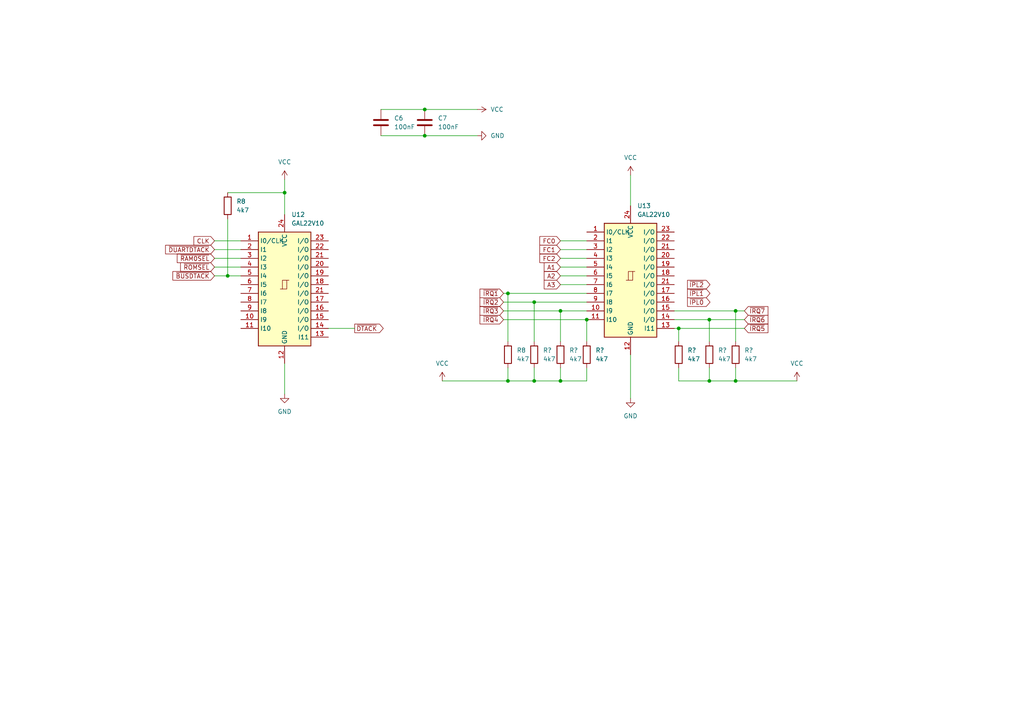
<source format=kicad_sch>
(kicad_sch (version 20230121) (generator eeschema)

  (uuid 7972ac11-6c1e-4f50-9760-c9afaed3fbd4)

  (paper "A4")

  (lib_symbols
    (symbol "Device:C" (pin_numbers hide) (pin_names (offset 0.254)) (in_bom yes) (on_board yes)
      (property "Reference" "C" (at 0.635 2.54 0)
        (effects (font (size 1.27 1.27)) (justify left))
      )
      (property "Value" "C" (at 0.635 -2.54 0)
        (effects (font (size 1.27 1.27)) (justify left))
      )
      (property "Footprint" "" (at 0.9652 -3.81 0)
        (effects (font (size 1.27 1.27)) hide)
      )
      (property "Datasheet" "~" (at 0 0 0)
        (effects (font (size 1.27 1.27)) hide)
      )
      (property "ki_keywords" "cap capacitor" (at 0 0 0)
        (effects (font (size 1.27 1.27)) hide)
      )
      (property "ki_description" "Unpolarized capacitor" (at 0 0 0)
        (effects (font (size 1.27 1.27)) hide)
      )
      (property "ki_fp_filters" "C_*" (at 0 0 0)
        (effects (font (size 1.27 1.27)) hide)
      )
      (symbol "C_0_1"
        (polyline
          (pts
            (xy -2.032 -0.762)
            (xy 2.032 -0.762)
          )
          (stroke (width 0.508) (type default))
          (fill (type none))
        )
        (polyline
          (pts
            (xy -2.032 0.762)
            (xy 2.032 0.762)
          )
          (stroke (width 0.508) (type default))
          (fill (type none))
        )
      )
      (symbol "C_1_1"
        (pin passive line (at 0 3.81 270) (length 2.794)
          (name "~" (effects (font (size 1.27 1.27))))
          (number "1" (effects (font (size 1.27 1.27))))
        )
        (pin passive line (at 0 -3.81 90) (length 2.794)
          (name "~" (effects (font (size 1.27 1.27))))
          (number "2" (effects (font (size 1.27 1.27))))
        )
      )
    )
    (symbol "Device:R" (pin_numbers hide) (pin_names (offset 0)) (in_bom yes) (on_board yes)
      (property "Reference" "R" (at 2.032 0 90)
        (effects (font (size 1.27 1.27)))
      )
      (property "Value" "R" (at 0 0 90)
        (effects (font (size 1.27 1.27)))
      )
      (property "Footprint" "" (at -1.778 0 90)
        (effects (font (size 1.27 1.27)) hide)
      )
      (property "Datasheet" "~" (at 0 0 0)
        (effects (font (size 1.27 1.27)) hide)
      )
      (property "ki_keywords" "R res resistor" (at 0 0 0)
        (effects (font (size 1.27 1.27)) hide)
      )
      (property "ki_description" "Resistor" (at 0 0 0)
        (effects (font (size 1.27 1.27)) hide)
      )
      (property "ki_fp_filters" "R_*" (at 0 0 0)
        (effects (font (size 1.27 1.27)) hide)
      )
      (symbol "R_0_1"
        (rectangle (start -1.016 -2.54) (end 1.016 2.54)
          (stroke (width 0.254) (type default))
          (fill (type none))
        )
      )
      (symbol "R_1_1"
        (pin passive line (at 0 3.81 270) (length 1.27)
          (name "~" (effects (font (size 1.27 1.27))))
          (number "1" (effects (font (size 1.27 1.27))))
        )
        (pin passive line (at 0 -3.81 90) (length 1.27)
          (name "~" (effects (font (size 1.27 1.27))))
          (number "2" (effects (font (size 1.27 1.27))))
        )
      )
    )
    (symbol "Lattice_GAL_sym:GAL22V10" (in_bom yes) (on_board yes)
      (property "Reference" "U" (at -27.94 0 0)
        (effects (font (size 1.27 1.27)))
      )
      (property "Value" "GAL22V10" (at 0 0 0)
        (effects (font (size 1.27 1.27)))
      )
      (property "Footprint" "" (at -27.94 -2.54 0)
        (effects (font (size 1.27 1.27)) hide)
      )
      (property "Datasheet" "" (at -27.94 -2.54 0)
        (effects (font (size 1.27 1.27)) hide)
      )
      (symbol "GAL22V10_1_0"
        (polyline
          (pts
            (xy -0.635 -1.27)
            (xy -0.635 1.27)
            (xy 0.635 1.27)
          )
          (stroke (width 0) (type default))
          (fill (type none))
        )
        (polyline
          (pts
            (xy -1.27 -1.27)
            (xy 0.635 -1.27)
            (xy 0.635 1.27)
            (xy 1.27 1.27)
          )
          (stroke (width 0) (type default))
          (fill (type none))
        )
        (pin input line (at -12.7 12.7 0) (length 5.08)
          (name "I0/CLK" (effects (font (size 1.27 1.27))))
          (number "1" (effects (font (size 1.27 1.27))))
        )
        (pin input line (at -12.7 -10.16 0) (length 5.08)
          (name "I9" (effects (font (size 1.27 1.27))))
          (number "10" (effects (font (size 1.27 1.27))))
        )
        (pin input line (at -12.7 -12.7 0) (length 5.08)
          (name "I10" (effects (font (size 1.27 1.27))))
          (number "11" (effects (font (size 1.27 1.27))))
        )
        (pin power_in line (at 0 -22.86 90) (length 5.08)
          (name "GND" (effects (font (size 1.27 1.27))))
          (number "12" (effects (font (size 1.27 1.27))))
        )
        (pin input line (at 12.7 -15.24 180) (length 5.08)
          (name "I11" (effects (font (size 1.27 1.27))))
          (number "13" (effects (font (size 1.27 1.27))))
        )
        (pin bidirectional line (at 12.7 -12.7 180) (length 5.08)
          (name "I/O" (effects (font (size 1.27 1.27))))
          (number "14" (effects (font (size 1.27 1.27))))
        )
        (pin bidirectional line (at 12.7 -10.16 180) (length 5.08)
          (name "I/O" (effects (font (size 1.27 1.27))))
          (number "15" (effects (font (size 1.27 1.27))))
        )
        (pin bidirectional line (at 12.7 -7.62 180) (length 5.08)
          (name "I/O" (effects (font (size 1.27 1.27))))
          (number "16" (effects (font (size 1.27 1.27))))
        )
        (pin bidirectional line (at 12.7 -5.08 180) (length 5.08)
          (name "I/O" (effects (font (size 1.27 1.27))))
          (number "17" (effects (font (size 1.27 1.27))))
        )
        (pin bidirectional line (at 12.7 0 180) (length 5.08)
          (name "I/O" (effects (font (size 1.27 1.27))))
          (number "18" (effects (font (size 1.27 1.27))))
        )
        (pin bidirectional line (at 12.7 2.54 180) (length 5.08)
          (name "I/O" (effects (font (size 1.27 1.27))))
          (number "19" (effects (font (size 1.27 1.27))))
        )
        (pin input line (at -12.7 10.16 0) (length 5.08)
          (name "I1" (effects (font (size 1.27 1.27))))
          (number "2" (effects (font (size 1.27 1.27))))
        )
        (pin bidirectional line (at 12.7 5.08 180) (length 5.08)
          (name "I/O" (effects (font (size 1.27 1.27))))
          (number "20" (effects (font (size 1.27 1.27))))
        )
        (pin bidirectional line (at 12.7 -2.54 180) (length 5.08)
          (name "I/O" (effects (font (size 1.27 1.27))))
          (number "21" (effects (font (size 1.27 1.27))))
        )
        (pin bidirectional line (at 12.7 7.62 180) (length 5.08)
          (name "I/O" (effects (font (size 1.27 1.27))))
          (number "21" (effects (font (size 1.27 1.27))))
        )
        (pin bidirectional line (at 12.7 10.16 180) (length 5.08)
          (name "I/O" (effects (font (size 1.27 1.27))))
          (number "22" (effects (font (size 1.27 1.27))))
        )
        (pin bidirectional line (at 12.7 12.7 180) (length 5.08)
          (name "I/O" (effects (font (size 1.27 1.27))))
          (number "23" (effects (font (size 1.27 1.27))))
        )
        (pin power_in line (at 0 20.32 270) (length 5.08)
          (name "VCC" (effects (font (size 1.27 1.27))))
          (number "24" (effects (font (size 1.27 1.27))))
        )
        (pin input line (at -12.7 7.62 0) (length 5.08)
          (name "I2" (effects (font (size 1.27 1.27))))
          (number "3" (effects (font (size 1.27 1.27))))
        )
        (pin input line (at -12.7 5.08 0) (length 5.08)
          (name "I3" (effects (font (size 1.27 1.27))))
          (number "4" (effects (font (size 1.27 1.27))))
        )
        (pin input line (at -12.7 2.54 0) (length 5.08)
          (name "I4" (effects (font (size 1.27 1.27))))
          (number "5" (effects (font (size 1.27 1.27))))
        )
        (pin input line (at -12.7 0 0) (length 5.08)
          (name "I5" (effects (font (size 1.27 1.27))))
          (number "6" (effects (font (size 1.27 1.27))))
        )
        (pin input line (at -12.7 -2.54 0) (length 5.08)
          (name "I6" (effects (font (size 1.27 1.27))))
          (number "7" (effects (font (size 1.27 1.27))))
        )
        (pin input line (at -12.7 -5.08 0) (length 5.08)
          (name "I7" (effects (font (size 1.27 1.27))))
          (number "8" (effects (font (size 1.27 1.27))))
        )
        (pin input line (at -12.7 -7.62 0) (length 5.08)
          (name "I8" (effects (font (size 1.27 1.27))))
          (number "9" (effects (font (size 1.27 1.27))))
        )
      )
      (symbol "GAL22V10_1_1"
        (rectangle (start -7.62 15.24) (end 7.62 -17.78)
          (stroke (width 0.254) (type default))
          (fill (type background))
        )
      )
    )
    (symbol "power:GND" (power) (pin_names (offset 0)) (in_bom yes) (on_board yes)
      (property "Reference" "#PWR" (at 0 -6.35 0)
        (effects (font (size 1.27 1.27)) hide)
      )
      (property "Value" "GND" (at 0 -3.81 0)
        (effects (font (size 1.27 1.27)))
      )
      (property "Footprint" "" (at 0 0 0)
        (effects (font (size 1.27 1.27)) hide)
      )
      (property "Datasheet" "" (at 0 0 0)
        (effects (font (size 1.27 1.27)) hide)
      )
      (property "ki_keywords" "global power" (at 0 0 0)
        (effects (font (size 1.27 1.27)) hide)
      )
      (property "ki_description" "Power symbol creates a global label with name \"GND\" , ground" (at 0 0 0)
        (effects (font (size 1.27 1.27)) hide)
      )
      (symbol "GND_0_1"
        (polyline
          (pts
            (xy 0 0)
            (xy 0 -1.27)
            (xy 1.27 -1.27)
            (xy 0 -2.54)
            (xy -1.27 -1.27)
            (xy 0 -1.27)
          )
          (stroke (width 0) (type default))
          (fill (type none))
        )
      )
      (symbol "GND_1_1"
        (pin power_in line (at 0 0 270) (length 0) hide
          (name "GND" (effects (font (size 1.27 1.27))))
          (number "1" (effects (font (size 1.27 1.27))))
        )
      )
    )
    (symbol "power:VCC" (power) (pin_names (offset 0)) (in_bom yes) (on_board yes)
      (property "Reference" "#PWR" (at 0 -3.81 0)
        (effects (font (size 1.27 1.27)) hide)
      )
      (property "Value" "VCC" (at 0 3.81 0)
        (effects (font (size 1.27 1.27)))
      )
      (property "Footprint" "" (at 0 0 0)
        (effects (font (size 1.27 1.27)) hide)
      )
      (property "Datasheet" "" (at 0 0 0)
        (effects (font (size 1.27 1.27)) hide)
      )
      (property "ki_keywords" "global power" (at 0 0 0)
        (effects (font (size 1.27 1.27)) hide)
      )
      (property "ki_description" "Power symbol creates a global label with name \"VCC\"" (at 0 0 0)
        (effects (font (size 1.27 1.27)) hide)
      )
      (symbol "VCC_0_1"
        (polyline
          (pts
            (xy -0.762 1.27)
            (xy 0 2.54)
          )
          (stroke (width 0) (type default))
          (fill (type none))
        )
        (polyline
          (pts
            (xy 0 0)
            (xy 0 2.54)
          )
          (stroke (width 0) (type default))
          (fill (type none))
        )
        (polyline
          (pts
            (xy 0 2.54)
            (xy 0.762 1.27)
          )
          (stroke (width 0) (type default))
          (fill (type none))
        )
      )
      (symbol "VCC_1_1"
        (pin power_in line (at 0 0 90) (length 0) hide
          (name "VCC" (effects (font (size 1.27 1.27))))
          (number "1" (effects (font (size 1.27 1.27))))
        )
      )
    )
  )

  (junction (at 147.32 110.49) (diameter 0) (color 0 0 0 0)
    (uuid 0a13c52e-5eda-4471-90d6-21e80a10a9f5)
  )
  (junction (at 123.19 39.37) (diameter 0) (color 0 0 0 0)
    (uuid 222129b8-34ae-462e-9e94-e0f6d8e09cf4)
  )
  (junction (at 154.94 110.49) (diameter 0) (color 0 0 0 0)
    (uuid 28b9141e-997e-452a-8733-1be9d846b6fc)
  )
  (junction (at 82.55 55.88) (diameter 0) (color 0 0 0 0)
    (uuid 2c085b97-481b-4c02-a80d-5a770b344cfa)
  )
  (junction (at 123.19 31.75) (diameter 0) (color 0 0 0 0)
    (uuid 38fa77a3-815c-4d01-9fe5-6d6d45b95b2c)
  )
  (junction (at 213.36 110.49) (diameter 0) (color 0 0 0 0)
    (uuid 3f3732f6-d173-496a-a5ea-251dc866d1b9)
  )
  (junction (at 162.56 110.49) (diameter 0) (color 0 0 0 0)
    (uuid 3f485d91-eb7b-4f3e-a1ff-f43483476586)
  )
  (junction (at 213.36 90.17) (diameter 0) (color 0 0 0 0)
    (uuid 76597bdf-1471-4e52-aef7-fae5ae3050be)
  )
  (junction (at 170.18 92.71) (diameter 0) (color 0 0 0 0)
    (uuid 8ea7df56-9e92-4491-a71d-93815f68a037)
  )
  (junction (at 162.56 90.17) (diameter 0) (color 0 0 0 0)
    (uuid 971a0f30-eb90-4b75-9a36-af41fb3819ab)
  )
  (junction (at 147.32 85.09) (diameter 0) (color 0 0 0 0)
    (uuid 98d1ec36-7167-42b6-a635-156c1dea2828)
  )
  (junction (at 196.85 95.25) (diameter 0) (color 0 0 0 0)
    (uuid a7687e4f-ceae-40fb-8562-ad2dd6011529)
  )
  (junction (at 154.94 87.63) (diameter 0) (color 0 0 0 0)
    (uuid be8ab965-8393-4ab6-a445-7bbae63ab82c)
  )
  (junction (at 205.74 92.71) (diameter 0) (color 0 0 0 0)
    (uuid d8a67d07-5e90-4e14-a73d-a822ac006614)
  )
  (junction (at 66.04 80.01) (diameter 0) (color 0 0 0 0)
    (uuid da5249bf-b76d-4201-aea8-a91c70a4b50e)
  )
  (junction (at 205.74 110.49) (diameter 0) (color 0 0 0 0)
    (uuid eef59eb4-c36f-4ba3-9508-c4445bf52c92)
  )

  (wire (pts (xy 146.05 85.09) (xy 147.32 85.09))
    (stroke (width 0) (type default))
    (uuid 04144e56-f897-4fa2-a2a2-40a5f96a57e5)
  )
  (wire (pts (xy 123.19 31.75) (xy 138.43 31.75))
    (stroke (width 0) (type default))
    (uuid 04381246-dabe-4cde-821f-4c0402edf181)
  )
  (wire (pts (xy 162.56 82.55) (xy 170.18 82.55))
    (stroke (width 0) (type default))
    (uuid 08408201-ecc5-4f70-b9da-630f683c68b8)
  )
  (wire (pts (xy 62.23 77.47) (xy 69.85 77.47))
    (stroke (width 0) (type default))
    (uuid 095ff02a-f95f-44f1-81b4-3b11809d30e8)
  )
  (wire (pts (xy 195.58 92.71) (xy 205.74 92.71))
    (stroke (width 0) (type default))
    (uuid 0c8fd7cb-7877-40a7-a03c-81cc77a5a7c8)
  )
  (wire (pts (xy 146.05 92.71) (xy 170.18 92.71))
    (stroke (width 0) (type default))
    (uuid 0cfce52b-0da2-4e7f-a0d4-54210148267f)
  )
  (wire (pts (xy 213.36 106.68) (xy 213.36 110.49))
    (stroke (width 0) (type default))
    (uuid 12facdee-6bf1-4a35-ae5d-74acbacee2d9)
  )
  (wire (pts (xy 196.85 95.25) (xy 196.85 99.06))
    (stroke (width 0) (type default))
    (uuid 1b13101d-496f-4b7d-94d4-865bcd96507e)
  )
  (wire (pts (xy 162.56 90.17) (xy 170.18 90.17))
    (stroke (width 0) (type default))
    (uuid 1b619424-d3cf-4d22-8f1b-05ec78d108ca)
  )
  (wire (pts (xy 146.05 87.63) (xy 154.94 87.63))
    (stroke (width 0) (type default))
    (uuid 202099ec-fd76-44ed-817a-89694cc31d22)
  )
  (wire (pts (xy 66.04 63.5) (xy 66.04 80.01))
    (stroke (width 0) (type default))
    (uuid 288fc8af-9374-453f-853d-323786910eb4)
  )
  (wire (pts (xy 62.23 69.85) (xy 69.85 69.85))
    (stroke (width 0) (type default))
    (uuid 2b4c67d5-f896-4b4f-9de7-a1c35ada80de)
  )
  (wire (pts (xy 154.94 110.49) (xy 147.32 110.49))
    (stroke (width 0) (type default))
    (uuid 2d849251-30e1-4e05-85f5-47ba7c8199c3)
  )
  (wire (pts (xy 147.32 110.49) (xy 128.27 110.49))
    (stroke (width 0) (type default))
    (uuid 2dbf40ed-94fd-4f8b-b77f-4de93652250e)
  )
  (wire (pts (xy 170.18 92.71) (xy 170.18 99.06))
    (stroke (width 0) (type default))
    (uuid 2f797ad6-c43e-4bb7-ac4a-d7b12ffbc16b)
  )
  (wire (pts (xy 205.74 106.68) (xy 205.74 110.49))
    (stroke (width 0) (type default))
    (uuid 309c06cf-f2d3-45aa-9d92-545984ab4d5d)
  )
  (wire (pts (xy 154.94 87.63) (xy 170.18 87.63))
    (stroke (width 0) (type default))
    (uuid 32a664df-d2e7-4777-8f7c-bb52bebfc695)
  )
  (wire (pts (xy 196.85 106.68) (xy 196.85 110.49))
    (stroke (width 0) (type default))
    (uuid 38f73b23-7410-4533-9bcb-7b42a3c09fc8)
  )
  (wire (pts (xy 123.19 39.37) (xy 138.43 39.37))
    (stroke (width 0) (type default))
    (uuid 3aa18bf3-11f4-40b2-aa42-68567cc35cff)
  )
  (wire (pts (xy 182.88 50.8) (xy 182.88 59.69))
    (stroke (width 0) (type default))
    (uuid 3c50cacf-45bd-4f59-bead-4467e96318ba)
  )
  (wire (pts (xy 62.23 80.01) (xy 66.04 80.01))
    (stroke (width 0) (type default))
    (uuid 3fdf9c47-141b-448d-91ee-0970936381b0)
  )
  (wire (pts (xy 154.94 87.63) (xy 154.94 99.06))
    (stroke (width 0) (type default))
    (uuid 4b723054-e445-49f9-83e4-0bdfaad2bca4)
  )
  (wire (pts (xy 146.05 90.17) (xy 162.56 90.17))
    (stroke (width 0) (type default))
    (uuid 50207659-6947-417f-8f69-09b710c06d9f)
  )
  (wire (pts (xy 213.36 110.49) (xy 231.14 110.49))
    (stroke (width 0) (type default))
    (uuid 5327c0dc-9cc3-4c42-ad30-391c3e2c0443)
  )
  (wire (pts (xy 66.04 55.88) (xy 82.55 55.88))
    (stroke (width 0) (type default))
    (uuid 53fcd0e0-da28-4a85-92eb-f705384dadfb)
  )
  (wire (pts (xy 82.55 52.07) (xy 82.55 55.88))
    (stroke (width 0) (type default))
    (uuid 5614aefb-6938-498c-ab7c-c5cfa530e8e9)
  )
  (wire (pts (xy 62.23 72.39) (xy 69.85 72.39))
    (stroke (width 0) (type default))
    (uuid 5b2efa14-1a1e-4372-9ff3-9238e4d69ebc)
  )
  (wire (pts (xy 196.85 95.25) (xy 215.9 95.25))
    (stroke (width 0) (type default))
    (uuid 5f717590-2067-4fa0-92f7-d04cbc91182a)
  )
  (wire (pts (xy 213.36 90.17) (xy 213.36 99.06))
    (stroke (width 0) (type default))
    (uuid 66f930d6-b255-49c3-bfc3-66223d340e0a)
  )
  (wire (pts (xy 162.56 90.17) (xy 162.56 99.06))
    (stroke (width 0) (type default))
    (uuid 68ef8374-226f-4323-8a02-e241ae3db21d)
  )
  (wire (pts (xy 62.23 74.93) (xy 69.85 74.93))
    (stroke (width 0) (type default))
    (uuid 70d2d9c1-0242-4355-b4f2-ceb871a7ebca)
  )
  (wire (pts (xy 162.56 110.49) (xy 154.94 110.49))
    (stroke (width 0) (type default))
    (uuid 7c5d0d4a-c37b-49af-bea2-e56c27226b6a)
  )
  (wire (pts (xy 205.74 92.71) (xy 205.74 99.06))
    (stroke (width 0) (type default))
    (uuid 7c63d5e9-f837-4494-b47f-a7b370b001ef)
  )
  (wire (pts (xy 110.49 31.75) (xy 123.19 31.75))
    (stroke (width 0) (type default))
    (uuid 7f78ba9b-1cac-4320-b890-cd5e0d89dd75)
  )
  (wire (pts (xy 147.32 85.09) (xy 147.32 99.06))
    (stroke (width 0) (type default))
    (uuid 81d08947-74f1-45d9-b9b7-abd12fd8d60c)
  )
  (wire (pts (xy 66.04 80.01) (xy 69.85 80.01))
    (stroke (width 0) (type default))
    (uuid 856e1075-c106-410e-bf57-a798230ee8e6)
  )
  (wire (pts (xy 147.32 85.09) (xy 170.18 85.09))
    (stroke (width 0) (type default))
    (uuid 85c1f16c-f4a9-4469-a9b7-384c6773aa82)
  )
  (wire (pts (xy 170.18 110.49) (xy 162.56 110.49))
    (stroke (width 0) (type default))
    (uuid 8ea0a420-f163-4307-ac46-326eba43ed6f)
  )
  (wire (pts (xy 162.56 80.01) (xy 170.18 80.01))
    (stroke (width 0) (type default))
    (uuid 9d94a60b-503e-4cbf-8e86-2bb5e699e1e8)
  )
  (wire (pts (xy 205.74 110.49) (xy 213.36 110.49))
    (stroke (width 0) (type default))
    (uuid a82bad03-3333-4a97-bbd9-049d83506e27)
  )
  (wire (pts (xy 195.58 95.25) (xy 196.85 95.25))
    (stroke (width 0) (type default))
    (uuid ab27f982-f682-4aa3-a25f-fd7914b5f2f3)
  )
  (wire (pts (xy 82.55 105.41) (xy 82.55 114.3))
    (stroke (width 0) (type default))
    (uuid b25f30e1-7346-487d-b66c-cdad0cc0b0ed)
  )
  (wire (pts (xy 154.94 106.68) (xy 154.94 110.49))
    (stroke (width 0) (type default))
    (uuid bb823084-dcca-4d06-81fe-5ab535102823)
  )
  (wire (pts (xy 147.32 106.68) (xy 147.32 110.49))
    (stroke (width 0) (type default))
    (uuid bd65b61d-33be-4020-98bf-29a6f2417f91)
  )
  (wire (pts (xy 205.74 92.71) (xy 215.9 92.71))
    (stroke (width 0) (type default))
    (uuid c481c44f-b76e-46df-8292-e475c4f17cea)
  )
  (wire (pts (xy 162.56 69.85) (xy 170.18 69.85))
    (stroke (width 0) (type default))
    (uuid c711a205-ff88-42f6-b98e-d8d801624705)
  )
  (wire (pts (xy 170.18 106.68) (xy 170.18 110.49))
    (stroke (width 0) (type default))
    (uuid cb59d561-653b-48b9-b4dd-31e20428f0f3)
  )
  (wire (pts (xy 110.49 39.37) (xy 123.19 39.37))
    (stroke (width 0) (type default))
    (uuid cd3fd1de-bc0c-4c89-a43d-2bb50f82c454)
  )
  (wire (pts (xy 182.88 102.87) (xy 182.88 115.57))
    (stroke (width 0) (type default))
    (uuid d160f7a5-ff27-4142-b737-b8941e09935f)
  )
  (wire (pts (xy 162.56 72.39) (xy 170.18 72.39))
    (stroke (width 0) (type default))
    (uuid d2882e01-f1dc-4ae6-8235-64c5353c083a)
  )
  (wire (pts (xy 162.56 77.47) (xy 170.18 77.47))
    (stroke (width 0) (type default))
    (uuid ddb5cc96-f569-4d18-b007-9b9ceb0587fc)
  )
  (wire (pts (xy 196.85 110.49) (xy 205.74 110.49))
    (stroke (width 0) (type default))
    (uuid ddee8480-6d08-4972-aa2b-4924874de987)
  )
  (wire (pts (xy 162.56 106.68) (xy 162.56 110.49))
    (stroke (width 0) (type default))
    (uuid e1003ed3-ce13-4261-9079-0aa6a8f9f3dd)
  )
  (wire (pts (xy 82.55 55.88) (xy 82.55 62.23))
    (stroke (width 0) (type default))
    (uuid eb332dea-76db-4098-b518-78eab65983ff)
  )
  (wire (pts (xy 195.58 90.17) (xy 213.36 90.17))
    (stroke (width 0) (type default))
    (uuid ef6c010d-8725-4bef-9c9b-8a8b4ccdd1ac)
  )
  (wire (pts (xy 162.56 74.93) (xy 170.18 74.93))
    (stroke (width 0) (type default))
    (uuid f512b21a-27e4-4aae-a6aa-4c76ca81a416)
  )
  (wire (pts (xy 213.36 90.17) (xy 215.9 90.17))
    (stroke (width 0) (type default))
    (uuid f9664bb5-1e28-49bb-8c51-613c51ffe585)
  )
  (wire (pts (xy 95.25 95.25) (xy 102.87 95.25))
    (stroke (width 0) (type default))
    (uuid fe40782a-552c-45d0-91d2-1491a105a34f)
  )

  (global_label "FC0" (shape input) (at 162.56 69.85 180) (fields_autoplaced)
    (effects (font (size 1.27 1.27)) (justify right))
    (uuid 062bf60f-11a5-4bf3-bf92-609032d0a62a)
    (property "Intersheetrefs" "${INTERSHEET_REFS}" (at 156.0861 69.85 0)
      (effects (font (size 1.27 1.27)) (justify right) hide)
    )
  )
  (global_label "~{IRQ2}" (shape input) (at 146.05 87.63 180) (fields_autoplaced)
    (effects (font (size 1.27 1.27)) (justify right))
    (uuid 0b5043bf-10b2-4783-aad9-e277dd6c8ab1)
    (property "Intersheetrefs" "${INTERSHEET_REFS}" (at 138.7294 87.63 0)
      (effects (font (size 1.27 1.27)) (justify right) hide)
    )
  )
  (global_label "CLK" (shape input) (at 62.23 69.85 180) (fields_autoplaced)
    (effects (font (size 1.27 1.27)) (justify right))
    (uuid 16c21790-066b-4f5a-a820-d7e04a420695)
    (property "Intersheetrefs" "${INTERSHEET_REFS}" (at 55.7561 69.85 0)
      (effects (font (size 1.27 1.27)) (justify right) hide)
    )
  )
  (global_label "~{IRQ7}" (shape input) (at 215.9 90.17 0) (fields_autoplaced)
    (effects (font (size 1.27 1.27)) (justify left))
    (uuid 182187a2-d3ea-41dd-b727-e4e68c8932a5)
    (property "Intersheetrefs" "${INTERSHEET_REFS}" (at 223.2206 90.17 0)
      (effects (font (size 1.27 1.27)) (justify left) hide)
    )
  )
  (global_label "~{DTACK}" (shape output) (at 102.87 95.25 0) (fields_autoplaced)
    (effects (font (size 1.27 1.27)) (justify left))
    (uuid 1adb5d15-a65b-4490-bc39-1edcfd93ef89)
    (property "Intersheetrefs" "${INTERSHEET_REFS}" (at 111.642 95.25 0)
      (effects (font (size 1.27 1.27)) (justify left) hide)
    )
  )
  (global_label "~{IRQ3}" (shape input) (at 146.05 90.17 180) (fields_autoplaced)
    (effects (font (size 1.27 1.27)) (justify right))
    (uuid 2219896e-d2dc-4d76-9a03-41dd5deb8e52)
    (property "Intersheetrefs" "${INTERSHEET_REFS}" (at 138.7294 90.17 0)
      (effects (font (size 1.27 1.27)) (justify right) hide)
    )
  )
  (global_label "~{BUSDTACK}" (shape input) (at 62.23 80.01 180) (fields_autoplaced)
    (effects (font (size 1.27 1.27)) (justify right))
    (uuid 35554226-54c6-4aea-bfd4-6333ee03b945)
    (property "Intersheetrefs" "${INTERSHEET_REFS}" (at 49.648 80.01 0)
      (effects (font (size 1.27 1.27)) (justify right) hide)
    )
  )
  (global_label "~{IPL1}" (shape output) (at 199.39 85.09 0) (fields_autoplaced)
    (effects (font (size 1.27 1.27)) (justify left))
    (uuid 392c8f49-da19-488a-9b40-0a75fbeef62a)
    (property "Intersheetrefs" "${INTERSHEET_REFS}" (at 206.4082 85.09 0)
      (effects (font (size 1.27 1.27)) (justify left) hide)
    )
  )
  (global_label "A3" (shape input) (at 162.56 82.55 180) (fields_autoplaced)
    (effects (font (size 1.27 1.27)) (justify right))
    (uuid 48c42a58-16f4-48fd-ac1c-5ca191599e15)
    (property "Intersheetrefs" "${INTERSHEET_REFS}" (at 157.3561 82.55 0)
      (effects (font (size 1.27 1.27)) (justify right) hide)
    )
  )
  (global_label "~{RAM0SEL}" (shape input) (at 62.23 74.93 180) (fields_autoplaced)
    (effects (font (size 1.27 1.27)) (justify right))
    (uuid 4f60ce87-8b2d-4656-bfd5-b3cf2226b63e)
    (property "Intersheetrefs" "${INTERSHEET_REFS}" (at 50.9181 74.93 0)
      (effects (font (size 1.27 1.27)) (justify right) hide)
    )
  )
  (global_label "FC1" (shape input) (at 162.56 72.39 180) (fields_autoplaced)
    (effects (font (size 1.27 1.27)) (justify right))
    (uuid 5e2b90ed-3900-4dd9-8d83-247dcd8d708a)
    (property "Intersheetrefs" "${INTERSHEET_REFS}" (at 156.0861 72.39 0)
      (effects (font (size 1.27 1.27)) (justify right) hide)
    )
  )
  (global_label "FC2" (shape input) (at 162.56 74.93 180) (fields_autoplaced)
    (effects (font (size 1.27 1.27)) (justify right))
    (uuid 7e2dc6e9-6e07-4c43-aefc-3fce388f5df7)
    (property "Intersheetrefs" "${INTERSHEET_REFS}" (at 156.0861 74.93 0)
      (effects (font (size 1.27 1.27)) (justify right) hide)
    )
  )
  (global_label "~{IPL2}" (shape output) (at 199.39 82.55 0) (fields_autoplaced)
    (effects (font (size 1.27 1.27)) (justify left))
    (uuid 817bc1ee-6e4b-4248-a53e-cd09003f5c39)
    (property "Intersheetrefs" "${INTERSHEET_REFS}" (at 206.4082 82.55 0)
      (effects (font (size 1.27 1.27)) (justify left) hide)
    )
  )
  (global_label "A2" (shape input) (at 162.56 80.01 180) (fields_autoplaced)
    (effects (font (size 1.27 1.27)) (justify right))
    (uuid 898ce386-46db-4aa9-8a75-9839107ca033)
    (property "Intersheetrefs" "${INTERSHEET_REFS}" (at 157.3561 80.01 0)
      (effects (font (size 1.27 1.27)) (justify right) hide)
    )
  )
  (global_label "~{IRQ5}" (shape input) (at 215.9 95.25 0) (fields_autoplaced)
    (effects (font (size 1.27 1.27)) (justify left))
    (uuid 92115990-fcc1-4b63-9aa6-3a6cf98f5934)
    (property "Intersheetrefs" "${INTERSHEET_REFS}" (at 223.2206 95.25 0)
      (effects (font (size 1.27 1.27)) (justify left) hide)
    )
  )
  (global_label "~{IPL0}" (shape output) (at 199.39 87.63 0) (fields_autoplaced)
    (effects (font (size 1.27 1.27)) (justify left))
    (uuid 96d5f8d5-909f-4191-94a4-f765e445fd73)
    (property "Intersheetrefs" "${INTERSHEET_REFS}" (at 206.4082 87.63 0)
      (effects (font (size 1.27 1.27)) (justify left) hide)
    )
  )
  (global_label "A1" (shape input) (at 162.56 77.47 180) (fields_autoplaced)
    (effects (font (size 1.27 1.27)) (justify right))
    (uuid a9dbf82d-c704-43e0-85a0-fb4b529d080c)
    (property "Intersheetrefs" "${INTERSHEET_REFS}" (at 157.3561 77.47 0)
      (effects (font (size 1.27 1.27)) (justify right) hide)
    )
  )
  (global_label "~{IRQ6}" (shape input) (at 215.9 92.71 0) (fields_autoplaced)
    (effects (font (size 1.27 1.27)) (justify left))
    (uuid ac6308d6-c77f-446e-8959-e913ad54273f)
    (property "Intersheetrefs" "${INTERSHEET_REFS}" (at 223.2206 92.71 0)
      (effects (font (size 1.27 1.27)) (justify left) hide)
    )
  )
  (global_label "~{DUARTDTACK}" (shape input) (at 62.23 72.39 180) (fields_autoplaced)
    (effects (font (size 1.27 1.27)) (justify right))
    (uuid b8341e59-f389-4aee-9554-7b10cc272430)
    (property "Intersheetrefs" "${INTERSHEET_REFS}" (at 47.5313 72.39 0)
      (effects (font (size 1.27 1.27)) (justify right) hide)
    )
  )
  (global_label "~{IRQ1}" (shape input) (at 146.05 85.09 180) (fields_autoplaced)
    (effects (font (size 1.27 1.27)) (justify right))
    (uuid c7c481ef-e069-47c3-9d7c-2909d12a765f)
    (property "Intersheetrefs" "${INTERSHEET_REFS}" (at 138.7294 85.09 0)
      (effects (font (size 1.27 1.27)) (justify right) hide)
    )
  )
  (global_label "~{IRQ4}" (shape input) (at 146.05 92.71 180) (fields_autoplaced)
    (effects (font (size 1.27 1.27)) (justify right))
    (uuid dcaad379-e0b7-4e82-93d6-1a0c45bfbd63)
    (property "Intersheetrefs" "${INTERSHEET_REFS}" (at 138.7294 92.71 0)
      (effects (font (size 1.27 1.27)) (justify right) hide)
    )
  )
  (global_label "~{ROMSEL}" (shape input) (at 62.23 77.47 180) (fields_autoplaced)
    (effects (font (size 1.27 1.27)) (justify right))
    (uuid e9614875-e62f-4242-910d-888e4c7a59ce)
    (property "Intersheetrefs" "${INTERSHEET_REFS}" (at 51.8857 77.47 0)
      (effects (font (size 1.27 1.27)) (justify right) hide)
    )
  )

  (symbol (lib_id "Device:R") (at 205.74 102.87 180) (unit 1)
    (in_bom yes) (on_board yes) (dnp no) (fields_autoplaced)
    (uuid 011b6d8c-b428-4daa-9ade-c65b18a1ee24)
    (property "Reference" "R?" (at 208.28 101.5999 0)
      (effects (font (size 1.27 1.27)) (justify right))
    )
    (property "Value" "4k7" (at 208.28 104.1399 0)
      (effects (font (size 1.27 1.27)) (justify right))
    )
    (property "Footprint" "Resistor_THT:R_Axial_DIN0207_L6.3mm_D2.5mm_P10.16mm_Horizontal" (at 207.518 102.87 90)
      (effects (font (size 1.27 1.27)) hide)
    )
    (property "Datasheet" "~" (at 205.74 102.87 0)
      (effects (font (size 1.27 1.27)) hide)
    )
    (pin "1" (uuid 4eb0fc57-0cdc-41ff-b07d-5e5eda712526))
    (pin "2" (uuid 1972dba0-6c58-4d1a-8c5f-32eba31cc27f))
    (instances
      (project "mb68k"
        (path "/e63e39d7-6ac0-4ffd-8aa3-1841a4541b55/c0b233c3-0354-40a8-9da4-8134543aeba9"
          (reference "R?") (unit 1)
        )
        (path "/e63e39d7-6ac0-4ffd-8aa3-1841a4541b55/f6694799-977c-4bbe-8e17-95004f9be988"
          (reference "R15") (unit 1)
        )
      )
    )
  )

  (symbol (lib_id "power:VCC") (at 231.14 110.49 0) (unit 1)
    (in_bom yes) (on_board yes) (dnp no) (fields_autoplaced)
    (uuid 016ce9ec-013c-4d7d-9eb7-a701d70921ef)
    (property "Reference" "#PWR011" (at 231.14 114.3 0)
      (effects (font (size 1.27 1.27)) hide)
    )
    (property "Value" "VCC" (at 231.14 105.41 0)
      (effects (font (size 1.27 1.27)))
    )
    (property "Footprint" "" (at 231.14 110.49 0)
      (effects (font (size 1.27 1.27)) hide)
    )
    (property "Datasheet" "" (at 231.14 110.49 0)
      (effects (font (size 1.27 1.27)) hide)
    )
    (pin "1" (uuid 11857922-e05d-40a1-95fb-98e01d234539))
    (instances
      (project "mb68k"
        (path "/e63e39d7-6ac0-4ffd-8aa3-1841a4541b55/f6694799-977c-4bbe-8e17-95004f9be988"
          (reference "#PWR011") (unit 1)
        )
      )
    )
  )

  (symbol (lib_id "Device:C") (at 123.19 35.56 0) (unit 1)
    (in_bom yes) (on_board yes) (dnp no) (fields_autoplaced)
    (uuid 0f1ec486-3203-479c-a669-ea1a366d5f9b)
    (property "Reference" "C7" (at 127 34.2899 0)
      (effects (font (size 1.27 1.27)) (justify left))
    )
    (property "Value" "100nF" (at 127 36.8299 0)
      (effects (font (size 1.27 1.27)) (justify left))
    )
    (property "Footprint" "Capacitor_THT:CP_Radial_D5.0mm_P2.50mm" (at 124.1552 39.37 0)
      (effects (font (size 1.27 1.27)) hide)
    )
    (property "Datasheet" "~" (at 123.19 35.56 0)
      (effects (font (size 1.27 1.27)) hide)
    )
    (pin "1" (uuid e31d6d49-b414-4e06-b9bf-d03836fbdb7f))
    (pin "2" (uuid 96b6babf-f090-4b82-9c80-264f48dc1555))
    (instances
      (project "mb68k"
        (path "/e63e39d7-6ac0-4ffd-8aa3-1841a4541b55/c0b233c3-0354-40a8-9da4-8134543aeba9"
          (reference "C7") (unit 1)
        )
        (path "/e63e39d7-6ac0-4ffd-8aa3-1841a4541b55/f6694799-977c-4bbe-8e17-95004f9be988"
          (reference "C15") (unit 1)
        )
      )
    )
  )

  (symbol (lib_id "Device:R") (at 213.36 102.87 180) (unit 1)
    (in_bom yes) (on_board yes) (dnp no) (fields_autoplaced)
    (uuid 2b0412bd-6820-4a68-8482-3acbdd12e944)
    (property "Reference" "R?" (at 215.9 101.5999 0)
      (effects (font (size 1.27 1.27)) (justify right))
    )
    (property "Value" "4k7" (at 215.9 104.1399 0)
      (effects (font (size 1.27 1.27)) (justify right))
    )
    (property "Footprint" "Resistor_THT:R_Axial_DIN0207_L6.3mm_D2.5mm_P10.16mm_Horizontal" (at 215.138 102.87 90)
      (effects (font (size 1.27 1.27)) hide)
    )
    (property "Datasheet" "~" (at 213.36 102.87 0)
      (effects (font (size 1.27 1.27)) hide)
    )
    (pin "1" (uuid e5d6821c-fdaf-4e60-936c-f581f36f8da5))
    (pin "2" (uuid 63ac55ee-ab63-4395-8106-10c62c388596))
    (instances
      (project "mb68k"
        (path "/e63e39d7-6ac0-4ffd-8aa3-1841a4541b55/c0b233c3-0354-40a8-9da4-8134543aeba9"
          (reference "R?") (unit 1)
        )
        (path "/e63e39d7-6ac0-4ffd-8aa3-1841a4541b55/f6694799-977c-4bbe-8e17-95004f9be988"
          (reference "R16") (unit 1)
        )
      )
    )
  )

  (symbol (lib_id "Device:R") (at 196.85 102.87 180) (unit 1)
    (in_bom yes) (on_board yes) (dnp no) (fields_autoplaced)
    (uuid 4caa328b-f905-4a71-8a65-58773d491d40)
    (property "Reference" "R?" (at 199.39 101.5999 0)
      (effects (font (size 1.27 1.27)) (justify right))
    )
    (property "Value" "4k7" (at 199.39 104.1399 0)
      (effects (font (size 1.27 1.27)) (justify right))
    )
    (property "Footprint" "Resistor_THT:R_Axial_DIN0207_L6.3mm_D2.5mm_P10.16mm_Horizontal" (at 198.628 102.87 90)
      (effects (font (size 1.27 1.27)) hide)
    )
    (property "Datasheet" "~" (at 196.85 102.87 0)
      (effects (font (size 1.27 1.27)) hide)
    )
    (pin "1" (uuid 222e0270-8925-4a62-9157-829af4aa464e))
    (pin "2" (uuid 3d6d4380-2c76-49eb-902a-b4eb8da2fcc0))
    (instances
      (project "mb68k"
        (path "/e63e39d7-6ac0-4ffd-8aa3-1841a4541b55/c0b233c3-0354-40a8-9da4-8134543aeba9"
          (reference "R?") (unit 1)
        )
        (path "/e63e39d7-6ac0-4ffd-8aa3-1841a4541b55/f6694799-977c-4bbe-8e17-95004f9be988"
          (reference "R14") (unit 1)
        )
      )
    )
  )

  (symbol (lib_id "power:VCC") (at 182.88 50.8 0) (unit 1)
    (in_bom yes) (on_board yes) (dnp no) (fields_autoplaced)
    (uuid 565fdb0b-ae25-4929-9209-eae5b1ba7f5a)
    (property "Reference" "#PWR012" (at 182.88 54.61 0)
      (effects (font (size 1.27 1.27)) hide)
    )
    (property "Value" "VCC" (at 182.88 45.72 0)
      (effects (font (size 1.27 1.27)))
    )
    (property "Footprint" "" (at 182.88 50.8 0)
      (effects (font (size 1.27 1.27)) hide)
    )
    (property "Datasheet" "" (at 182.88 50.8 0)
      (effects (font (size 1.27 1.27)) hide)
    )
    (pin "1" (uuid 94be2499-9e9f-4bc1-be57-aa7f0bdf30e9))
    (instances
      (project "mb68k"
        (path "/e63e39d7-6ac0-4ffd-8aa3-1841a4541b55/f6694799-977c-4bbe-8e17-95004f9be988"
          (reference "#PWR012") (unit 1)
        )
      )
    )
  )

  (symbol (lib_id "Device:R") (at 154.94 102.87 180) (unit 1)
    (in_bom yes) (on_board yes) (dnp no) (fields_autoplaced)
    (uuid 687ff9c9-82ee-4c2c-b300-bbe6c0f3f4b2)
    (property "Reference" "R?" (at 157.48 101.5999 0)
      (effects (font (size 1.27 1.27)) (justify right))
    )
    (property "Value" "4k7" (at 157.48 104.1399 0)
      (effects (font (size 1.27 1.27)) (justify right))
    )
    (property "Footprint" "Resistor_THT:R_Axial_DIN0207_L6.3mm_D2.5mm_P10.16mm_Horizontal" (at 156.718 102.87 90)
      (effects (font (size 1.27 1.27)) hide)
    )
    (property "Datasheet" "~" (at 154.94 102.87 0)
      (effects (font (size 1.27 1.27)) hide)
    )
    (pin "1" (uuid e6180e61-71d3-4857-b49b-97a384550b64))
    (pin "2" (uuid 266ec435-0958-4c77-bb82-70da0fd32b84))
    (instances
      (project "mb68k"
        (path "/e63e39d7-6ac0-4ffd-8aa3-1841a4541b55/c0b233c3-0354-40a8-9da4-8134543aeba9"
          (reference "R?") (unit 1)
        )
        (path "/e63e39d7-6ac0-4ffd-8aa3-1841a4541b55/f6694799-977c-4bbe-8e17-95004f9be988"
          (reference "R10") (unit 1)
        )
      )
    )
  )

  (symbol (lib_id "Lattice_GAL_sym:GAL22V10") (at 82.55 82.55 0) (unit 1)
    (in_bom yes) (on_board yes) (dnp no) (fields_autoplaced)
    (uuid 6e4ad054-00c0-41a5-8920-87ff0a804880)
    (property "Reference" "U12" (at 84.5059 62.23 0)
      (effects (font (size 1.27 1.27)) (justify left))
    )
    (property "Value" "GAL22V10" (at 84.5059 64.77 0)
      (effects (font (size 1.27 1.27)) (justify left))
    )
    (property "Footprint" "" (at 54.61 85.09 0)
      (effects (font (size 1.27 1.27)) hide)
    )
    (property "Datasheet" "" (at 54.61 85.09 0)
      (effects (font (size 1.27 1.27)) hide)
    )
    (pin "1" (uuid 42b1c73a-cafa-41d8-b539-5882e1be4cef))
    (pin "10" (uuid cfe60054-f44b-420c-9b25-e027c26db6b4))
    (pin "11" (uuid 8838f3bf-9f35-4e0a-ae6b-2a36eebdce36))
    (pin "12" (uuid 84ea3912-3bc0-47c4-9b8b-2ff8e12d9f7b))
    (pin "13" (uuid b7a26671-9b8f-46be-87d9-04b4c77b8f57))
    (pin "14" (uuid d3c4be56-daf3-4f92-81c6-8c715ef412d6))
    (pin "15" (uuid 295a3cab-711f-45ce-8e4e-486c58086e4c))
    (pin "16" (uuid 974e5e0b-9e72-4acc-b154-5459c30e5634))
    (pin "17" (uuid c4d96d36-dfd6-4c2c-a1a8-8528fb4feb04))
    (pin "18" (uuid aea8f067-739b-4ea9-9b5f-9988fbca1c1d))
    (pin "19" (uuid 84ae144b-8346-4a3d-950f-59ef2ed664e3))
    (pin "2" (uuid fa05ac0e-a87c-4549-9ae4-ea13ebe90f99))
    (pin "20" (uuid 4961d7ab-c679-4c79-a300-bcc2d9e7edd7))
    (pin "21" (uuid 41688f29-e563-45b7-938f-18f48d740e64))
    (pin "21" (uuid 17197d0f-3f24-4270-b7ba-9f67b3d1897a))
    (pin "22" (uuid da628c0c-d8c2-4c34-a4f2-636a8f8513b1))
    (pin "23" (uuid 01261b58-8b48-49d5-8ca7-5c7bbba4a72a))
    (pin "24" (uuid f3899c34-d436-4065-b315-af89c8fb0dc9))
    (pin "3" (uuid 60d49e15-2964-406f-9335-60d0758512c9))
    (pin "4" (uuid ac5bad29-6172-4019-910d-62273b26d64c))
    (pin "5" (uuid 2d3304cb-4e6d-4892-a3ef-6179d8240064))
    (pin "6" (uuid 27e6cf00-fcdf-41ee-ad2a-d4115e23ba17))
    (pin "7" (uuid 8afc9ce7-d52f-44a0-b94f-5ef2baec5a48))
    (pin "8" (uuid 36766b3f-d63c-4c79-bed8-71f64c9565af))
    (pin "9" (uuid bfe60abe-e510-4127-83b1-87b12dfe7813))
    (instances
      (project "mb68k"
        (path "/e63e39d7-6ac0-4ffd-8aa3-1841a4541b55/f6694799-977c-4bbe-8e17-95004f9be988"
          (reference "U12") (unit 1)
        )
      )
    )
  )

  (symbol (lib_id "Device:R") (at 147.32 102.87 180) (unit 1)
    (in_bom yes) (on_board yes) (dnp no) (fields_autoplaced)
    (uuid 8404213a-b841-4f28-9b0d-b3e14550e43e)
    (property "Reference" "R8" (at 149.86 101.5999 0)
      (effects (font (size 1.27 1.27)) (justify right))
    )
    (property "Value" "4k7" (at 149.86 104.1399 0)
      (effects (font (size 1.27 1.27)) (justify right))
    )
    (property "Footprint" "Resistor_THT:R_Axial_DIN0207_L6.3mm_D2.5mm_P10.16mm_Horizontal" (at 149.098 102.87 90)
      (effects (font (size 1.27 1.27)) hide)
    )
    (property "Datasheet" "~" (at 147.32 102.87 0)
      (effects (font (size 1.27 1.27)) hide)
    )
    (pin "1" (uuid 7233dbb2-5844-433a-9268-e163e23cbdd6))
    (pin "2" (uuid 1dcba5ae-547f-4d3b-aa56-3ecaed54f41c))
    (instances
      (project "mb68k"
        (path "/e63e39d7-6ac0-4ffd-8aa3-1841a4541b55/c0b233c3-0354-40a8-9da4-8134543aeba9"
          (reference "R8") (unit 1)
        )
        (path "/e63e39d7-6ac0-4ffd-8aa3-1841a4541b55/f6694799-977c-4bbe-8e17-95004f9be988"
          (reference "R9") (unit 1)
        )
      )
    )
  )

  (symbol (lib_id "Device:C") (at 110.49 35.56 0) (unit 1)
    (in_bom yes) (on_board yes) (dnp no) (fields_autoplaced)
    (uuid 8b1cc310-0c0e-4f38-8f88-31d00dc09104)
    (property "Reference" "C6" (at 114.3 34.2899 0)
      (effects (font (size 1.27 1.27)) (justify left))
    )
    (property "Value" "100nF" (at 114.3 36.8299 0)
      (effects (font (size 1.27 1.27)) (justify left))
    )
    (property "Footprint" "Capacitor_THT:CP_Radial_D5.0mm_P2.50mm" (at 111.4552 39.37 0)
      (effects (font (size 1.27 1.27)) hide)
    )
    (property "Datasheet" "~" (at 110.49 35.56 0)
      (effects (font (size 1.27 1.27)) hide)
    )
    (pin "1" (uuid 60851bbb-317d-456b-8416-9887fa866781))
    (pin "2" (uuid b88d942d-c46e-43eb-930a-546cdd523b21))
    (instances
      (project "mb68k"
        (path "/e63e39d7-6ac0-4ffd-8aa3-1841a4541b55/c0b233c3-0354-40a8-9da4-8134543aeba9"
          (reference "C6") (unit 1)
        )
        (path "/e63e39d7-6ac0-4ffd-8aa3-1841a4541b55/f6694799-977c-4bbe-8e17-95004f9be988"
          (reference "C14") (unit 1)
        )
      )
    )
  )

  (symbol (lib_id "Device:R") (at 162.56 102.87 180) (unit 1)
    (in_bom yes) (on_board yes) (dnp no) (fields_autoplaced)
    (uuid 8e844466-79f6-417b-92b9-8d72a111b9b5)
    (property "Reference" "R?" (at 165.1 101.5999 0)
      (effects (font (size 1.27 1.27)) (justify right))
    )
    (property "Value" "4k7" (at 165.1 104.1399 0)
      (effects (font (size 1.27 1.27)) (justify right))
    )
    (property "Footprint" "Resistor_THT:R_Axial_DIN0207_L6.3mm_D2.5mm_P10.16mm_Horizontal" (at 164.338 102.87 90)
      (effects (font (size 1.27 1.27)) hide)
    )
    (property "Datasheet" "~" (at 162.56 102.87 0)
      (effects (font (size 1.27 1.27)) hide)
    )
    (pin "1" (uuid bfc3beac-b024-4e74-9921-c6fb635becc2))
    (pin "2" (uuid 7fd84c50-d6bb-41b3-a1b8-55d505f99784))
    (instances
      (project "mb68k"
        (path "/e63e39d7-6ac0-4ffd-8aa3-1841a4541b55/c0b233c3-0354-40a8-9da4-8134543aeba9"
          (reference "R?") (unit 1)
        )
        (path "/e63e39d7-6ac0-4ffd-8aa3-1841a4541b55/f6694799-977c-4bbe-8e17-95004f9be988"
          (reference "R11") (unit 1)
        )
      )
    )
  )

  (symbol (lib_id "Device:R") (at 66.04 59.69 180) (unit 1)
    (in_bom yes) (on_board yes) (dnp no) (fields_autoplaced)
    (uuid 8f0d557c-0657-4c54-8837-6d575d9dcbca)
    (property "Reference" "R8" (at 68.58 58.4199 0)
      (effects (font (size 1.27 1.27)) (justify right))
    )
    (property "Value" "4k7" (at 68.58 60.9599 0)
      (effects (font (size 1.27 1.27)) (justify right))
    )
    (property "Footprint" "Resistor_THT:R_Axial_DIN0207_L6.3mm_D2.5mm_P10.16mm_Horizontal" (at 67.818 59.69 90)
      (effects (font (size 1.27 1.27)) hide)
    )
    (property "Datasheet" "~" (at 66.04 59.69 0)
      (effects (font (size 1.27 1.27)) hide)
    )
    (pin "1" (uuid 19e05099-cb11-4f37-ba4f-3aca5412b62c))
    (pin "2" (uuid 804d4686-52f1-4ea4-adc9-8ccfa16a63fc))
    (instances
      (project "mb68k"
        (path "/e63e39d7-6ac0-4ffd-8aa3-1841a4541b55/c0b233c3-0354-40a8-9da4-8134543aeba9"
          (reference "R8") (unit 1)
        )
        (path "/e63e39d7-6ac0-4ffd-8aa3-1841a4541b55/f6694799-977c-4bbe-8e17-95004f9be988"
          (reference "R13") (unit 1)
        )
      )
    )
  )

  (symbol (lib_id "Device:R") (at 170.18 102.87 180) (unit 1)
    (in_bom yes) (on_board yes) (dnp no) (fields_autoplaced)
    (uuid 9380818d-1372-4d39-bd72-4839d2c7f161)
    (property "Reference" "R?" (at 172.72 101.5999 0)
      (effects (font (size 1.27 1.27)) (justify right))
    )
    (property "Value" "4k7" (at 172.72 104.1399 0)
      (effects (font (size 1.27 1.27)) (justify right))
    )
    (property "Footprint" "Resistor_THT:R_Axial_DIN0207_L6.3mm_D2.5mm_P10.16mm_Horizontal" (at 171.958 102.87 90)
      (effects (font (size 1.27 1.27)) hide)
    )
    (property "Datasheet" "~" (at 170.18 102.87 0)
      (effects (font (size 1.27 1.27)) hide)
    )
    (pin "1" (uuid 7ed11973-516b-4c60-a2ad-a0ab925626a8))
    (pin "2" (uuid 479f1d2e-61aa-4f72-9e82-9c2111ba00a3))
    (instances
      (project "mb68k"
        (path "/e63e39d7-6ac0-4ffd-8aa3-1841a4541b55/c0b233c3-0354-40a8-9da4-8134543aeba9"
          (reference "R?") (unit 1)
        )
        (path "/e63e39d7-6ac0-4ffd-8aa3-1841a4541b55/f6694799-977c-4bbe-8e17-95004f9be988"
          (reference "R12") (unit 1)
        )
      )
    )
  )

  (symbol (lib_id "power:VCC") (at 138.43 31.75 270) (unit 1)
    (in_bom yes) (on_board yes) (dnp no) (fields_autoplaced)
    (uuid 98a2f47c-b038-4a76-aff2-c98bce37e916)
    (property "Reference" "#PWR0112" (at 134.62 31.75 0)
      (effects (font (size 1.27 1.27)) hide)
    )
    (property "Value" "VCC" (at 142.24 31.7499 90)
      (effects (font (size 1.27 1.27)) (justify left))
    )
    (property "Footprint" "" (at 138.43 31.75 0)
      (effects (font (size 1.27 1.27)) hide)
    )
    (property "Datasheet" "" (at 138.43 31.75 0)
      (effects (font (size 1.27 1.27)) hide)
    )
    (pin "1" (uuid 84ace269-dc03-467d-9d00-44a0eb96c1db))
    (instances
      (project "mb68k"
        (path "/e63e39d7-6ac0-4ffd-8aa3-1841a4541b55/c0b233c3-0354-40a8-9da4-8134543aeba9"
          (reference "#PWR0112") (unit 1)
        )
        (path "/e63e39d7-6ac0-4ffd-8aa3-1841a4541b55/f6694799-977c-4bbe-8e17-95004f9be988"
          (reference "#PWR07") (unit 1)
        )
      )
    )
  )

  (symbol (lib_id "power:GND") (at 82.55 114.3 0) (unit 1)
    (in_bom yes) (on_board yes) (dnp no) (fields_autoplaced)
    (uuid 99e57d9c-419a-4a7d-b49f-2b65907c6d45)
    (property "Reference" "#PWR05" (at 82.55 120.65 0)
      (effects (font (size 1.27 1.27)) hide)
    )
    (property "Value" "GND" (at 82.55 119.38 0)
      (effects (font (size 1.27 1.27)))
    )
    (property "Footprint" "" (at 82.55 114.3 0)
      (effects (font (size 1.27 1.27)) hide)
    )
    (property "Datasheet" "" (at 82.55 114.3 0)
      (effects (font (size 1.27 1.27)) hide)
    )
    (pin "1" (uuid 79e9fa83-cf9d-4962-981e-f0d322fa1d08))
    (instances
      (project "mb68k"
        (path "/e63e39d7-6ac0-4ffd-8aa3-1841a4541b55/f6694799-977c-4bbe-8e17-95004f9be988"
          (reference "#PWR05") (unit 1)
        )
      )
    )
  )

  (symbol (lib_id "power:GND") (at 138.43 39.37 90) (unit 1)
    (in_bom yes) (on_board yes) (dnp no) (fields_autoplaced)
    (uuid cdb09e18-e814-4d3b-a335-3410a1ca5d52)
    (property "Reference" "#PWR0111" (at 144.78 39.37 0)
      (effects (font (size 1.27 1.27)) hide)
    )
    (property "Value" "GND" (at 142.24 39.3699 90)
      (effects (font (size 1.27 1.27)) (justify right))
    )
    (property "Footprint" "" (at 138.43 39.37 0)
      (effects (font (size 1.27 1.27)) hide)
    )
    (property "Datasheet" "" (at 138.43 39.37 0)
      (effects (font (size 1.27 1.27)) hide)
    )
    (pin "1" (uuid 6ffecd95-93fe-4450-87b7-4a63988f822f))
    (instances
      (project "mb68k"
        (path "/e63e39d7-6ac0-4ffd-8aa3-1841a4541b55/c0b233c3-0354-40a8-9da4-8134543aeba9"
          (reference "#PWR0111") (unit 1)
        )
        (path "/e63e39d7-6ac0-4ffd-8aa3-1841a4541b55/f6694799-977c-4bbe-8e17-95004f9be988"
          (reference "#PWR08") (unit 1)
        )
      )
    )
  )

  (symbol (lib_id "power:VCC") (at 82.55 52.07 0) (unit 1)
    (in_bom yes) (on_board yes) (dnp no) (fields_autoplaced)
    (uuid ce29adda-a155-4fa3-b9a1-8b5581212066)
    (property "Reference" "#PWR06" (at 82.55 55.88 0)
      (effects (font (size 1.27 1.27)) hide)
    )
    (property "Value" "VCC" (at 82.55 46.99 0)
      (effects (font (size 1.27 1.27)))
    )
    (property "Footprint" "" (at 82.55 52.07 0)
      (effects (font (size 1.27 1.27)) hide)
    )
    (property "Datasheet" "" (at 82.55 52.07 0)
      (effects (font (size 1.27 1.27)) hide)
    )
    (pin "1" (uuid 9d2f0b2d-521e-4037-ba7c-c55639b99d3b))
    (instances
      (project "mb68k"
        (path "/e63e39d7-6ac0-4ffd-8aa3-1841a4541b55/f6694799-977c-4bbe-8e17-95004f9be988"
          (reference "#PWR06") (unit 1)
        )
      )
    )
  )

  (symbol (lib_id "Lattice_GAL_sym:GAL22V10") (at 182.88 80.01 0) (unit 1)
    (in_bom yes) (on_board yes) (dnp no) (fields_autoplaced)
    (uuid d583efd2-da09-4202-b82f-f3f19f6b0345)
    (property "Reference" "U13" (at 184.8359 59.69 0)
      (effects (font (size 1.27 1.27)) (justify left))
    )
    (property "Value" "GAL22V10" (at 184.8359 62.23 0)
      (effects (font (size 1.27 1.27)) (justify left))
    )
    (property "Footprint" "" (at 154.94 82.55 0)
      (effects (font (size 1.27 1.27)) hide)
    )
    (property "Datasheet" "" (at 154.94 82.55 0)
      (effects (font (size 1.27 1.27)) hide)
    )
    (pin "1" (uuid d0529433-37b8-46e0-b35b-db59a469f5a0))
    (pin "10" (uuid 74b665e9-42cb-48d9-9525-0b322213d9aa))
    (pin "11" (uuid 2be05f36-198f-40b5-a7f2-ae52b4a974c9))
    (pin "12" (uuid 75ffbc89-40b9-4e86-8fb2-f6bfbeeb930b))
    (pin "13" (uuid 68a130f3-5be5-4c40-8c10-3e19ec8826b5))
    (pin "14" (uuid 2330cd08-bd73-45cb-bba6-e5f8659e10a2))
    (pin "15" (uuid 982840ea-5373-4e30-a605-51fdc5667fb9))
    (pin "16" (uuid 5be36391-fa9e-4339-a5da-f33245fcb114))
    (pin "17" (uuid 5cf4adb0-fa8a-4124-bbb1-75ac939b68bc))
    (pin "18" (uuid 56ef2f48-9f56-41fd-a939-7aee1a4af3d8))
    (pin "19" (uuid ff4fc1dc-d6af-49c4-925e-ac2fdef2685b))
    (pin "2" (uuid f06834bb-9bf1-4b2b-9ca2-366380f9e4f8))
    (pin "20" (uuid e8a81995-869c-4748-89c1-94a4d421e05e))
    (pin "21" (uuid 5c12b31e-3bc0-4a88-bd8e-139c9ad63696))
    (pin "21" (uuid 0c4f4c39-6600-4bb0-bf96-f45ad9e60a57))
    (pin "22" (uuid f45adb0a-114e-4a25-b36b-e1bfd64958c2))
    (pin "23" (uuid 448dbfc6-0371-420f-a513-a84f2dd4886e))
    (pin "24" (uuid 0070cdce-900d-4579-aaf9-4288681b5415))
    (pin "3" (uuid 45938f0b-31e6-4bbc-af2e-30aad3c5ea01))
    (pin "4" (uuid e3f5a8a9-a98c-43ed-a9ea-e25ed802639a))
    (pin "5" (uuid 1ddec9cf-0e20-4d96-a845-57836a11775c))
    (pin "6" (uuid 5745a41e-5a92-4e82-bd8a-b08e83a94916))
    (pin "7" (uuid c8692957-4223-4688-bfcc-3438896af625))
    (pin "8" (uuid dd892f39-362b-49d2-a9d1-4efe6c7d8200))
    (pin "9" (uuid 7eee6374-35e8-4b83-a350-1a3dc6480837))
    (instances
      (project "mb68k"
        (path "/e63e39d7-6ac0-4ffd-8aa3-1841a4541b55/f6694799-977c-4bbe-8e17-95004f9be988"
          (reference "U13") (unit 1)
        )
      )
    )
  )

  (symbol (lib_id "power:GND") (at 182.88 115.57 0) (unit 1)
    (in_bom yes) (on_board yes) (dnp no) (fields_autoplaced)
    (uuid e8b83c1b-16a4-4c5d-947a-9cba9f745878)
    (property "Reference" "#PWR09" (at 182.88 121.92 0)
      (effects (font (size 1.27 1.27)) hide)
    )
    (property "Value" "GND" (at 182.88 120.65 0)
      (effects (font (size 1.27 1.27)))
    )
    (property "Footprint" "" (at 182.88 115.57 0)
      (effects (font (size 1.27 1.27)) hide)
    )
    (property "Datasheet" "" (at 182.88 115.57 0)
      (effects (font (size 1.27 1.27)) hide)
    )
    (pin "1" (uuid c92020b4-e861-4a9e-859c-9cd1ef9f42aa))
    (instances
      (project "mb68k"
        (path "/e63e39d7-6ac0-4ffd-8aa3-1841a4541b55/f6694799-977c-4bbe-8e17-95004f9be988"
          (reference "#PWR09") (unit 1)
        )
      )
    )
  )

  (symbol (lib_id "power:VCC") (at 128.27 110.49 0) (unit 1)
    (in_bom yes) (on_board yes) (dnp no) (fields_autoplaced)
    (uuid f71ef18a-966d-4b5a-8795-3b286db866fd)
    (property "Reference" "#PWR010" (at 128.27 114.3 0)
      (effects (font (size 1.27 1.27)) hide)
    )
    (property "Value" "VCC" (at 128.27 105.41 0)
      (effects (font (size 1.27 1.27)))
    )
    (property "Footprint" "" (at 128.27 110.49 0)
      (effects (font (size 1.27 1.27)) hide)
    )
    (property "Datasheet" "" (at 128.27 110.49 0)
      (effects (font (size 1.27 1.27)) hide)
    )
    (pin "1" (uuid 48e9ec93-32d4-41f8-85c9-6256c79bcc62))
    (instances
      (project "mb68k"
        (path "/e63e39d7-6ac0-4ffd-8aa3-1841a4541b55/f6694799-977c-4bbe-8e17-95004f9be988"
          (reference "#PWR010") (unit 1)
        )
      )
    )
  )
)

</source>
